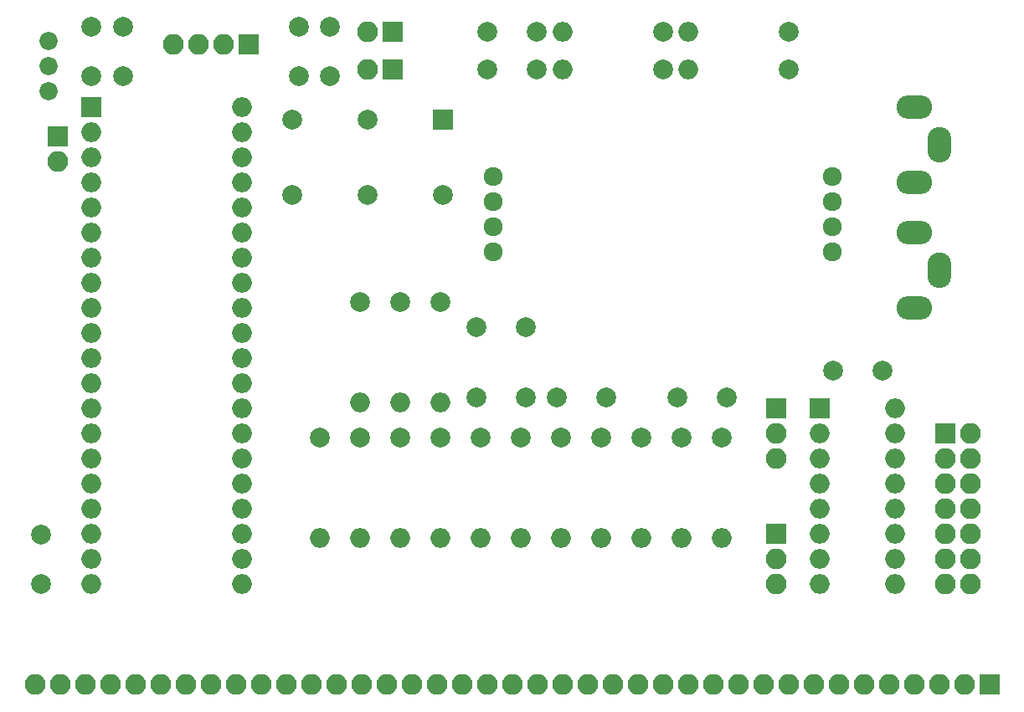
<source format=gts>
G04 #@! TF.FileFunction,Soldermask,Top*
%FSLAX46Y46*%
G04 Gerber Fmt 4.6, Leading zero omitted, Abs format (unit mm)*
G04 Created by KiCad (PCBNEW 4.0.7) date 02/13/19 15:00:39*
%MOMM*%
%LPD*%
G01*
G04 APERTURE LIST*
%ADD10C,0.100000*%
%ADD11C,2.000000*%
%ADD12R,2.000000X2.000000*%
%ADD13O,2.000000X2.000000*%
%ADD14C,1.924000*%
%ADD15R,2.100000X2.100000*%
%ADD16O,2.100000X2.100000*%
%ADD17O,3.597860X2.398980*%
%ADD18O,2.398980X3.597860*%
%ADD19C,1.840000*%
G04 APERTURE END LIST*
D10*
D11*
X54610000Y-132715000D03*
X54610000Y-127715000D03*
X139700000Y-111125000D03*
X134700000Y-111125000D03*
D12*
X133350000Y-114935000D03*
D13*
X140970000Y-132715000D03*
X133350000Y-117475000D03*
X140970000Y-130175000D03*
X133350000Y-120015000D03*
X140970000Y-127635000D03*
X133350000Y-122555000D03*
X140970000Y-125095000D03*
X133350000Y-125095000D03*
X140970000Y-122555000D03*
X133350000Y-127635000D03*
X140970000Y-120015000D03*
X133350000Y-130175000D03*
X140970000Y-117475000D03*
X133350000Y-132715000D03*
X140970000Y-114935000D03*
D11*
X87630000Y-85725000D03*
X87630000Y-93345000D03*
D12*
X95250000Y-85725000D03*
D11*
X95250000Y-93345000D03*
X80010000Y-93345000D03*
X80010000Y-85725000D03*
D14*
X100330000Y-91440000D03*
X100330000Y-93980000D03*
X100330000Y-96520000D03*
X100330000Y-99060000D03*
X134620000Y-91440000D03*
X134620000Y-93980000D03*
X134620000Y-96520000D03*
X134620000Y-99060000D03*
D15*
X146050000Y-117475000D03*
D16*
X148590000Y-117475000D03*
X146050000Y-120015000D03*
X148590000Y-120015000D03*
X146050000Y-122555000D03*
X148590000Y-122555000D03*
X146050000Y-125095000D03*
X148590000Y-125095000D03*
X146050000Y-127635000D03*
X148590000Y-127635000D03*
X146050000Y-130175000D03*
X148590000Y-130175000D03*
X146050000Y-132715000D03*
X148590000Y-132715000D03*
D11*
X83820000Y-81280000D03*
X83820000Y-76280000D03*
X80645000Y-81280000D03*
X80645000Y-76280000D03*
X62865000Y-81280000D03*
X62865000Y-76280000D03*
X59690000Y-81280000D03*
X59690000Y-76280000D03*
X111760000Y-113792000D03*
X106760000Y-113792000D03*
X123952000Y-113792000D03*
X118952000Y-113792000D03*
X99695000Y-80645000D03*
X104695000Y-80645000D03*
X99695000Y-76835000D03*
X104695000Y-76835000D03*
X103632000Y-106680000D03*
X98632000Y-106680000D03*
X103632000Y-113792000D03*
X98632000Y-113792000D03*
D17*
X142875000Y-97155000D03*
D18*
X145415000Y-100965000D03*
D17*
X142875000Y-104775000D03*
X142875000Y-84455000D03*
D18*
X145415000Y-88265000D03*
D17*
X142875000Y-92075000D03*
D15*
X150495000Y-142875000D03*
D16*
X147955000Y-142875000D03*
X145415000Y-142875000D03*
X142875000Y-142875000D03*
X140335000Y-142875000D03*
X137795000Y-142875000D03*
X135255000Y-142875000D03*
X132715000Y-142875000D03*
X130175000Y-142875000D03*
X127635000Y-142875000D03*
X125095000Y-142875000D03*
X122555000Y-142875000D03*
X120015000Y-142875000D03*
X117475000Y-142875000D03*
X114935000Y-142875000D03*
X112395000Y-142875000D03*
X109855000Y-142875000D03*
X107315000Y-142875000D03*
X104775000Y-142875000D03*
X102235000Y-142875000D03*
X99695000Y-142875000D03*
X97155000Y-142875000D03*
X94615000Y-142875000D03*
X92075000Y-142875000D03*
X89535000Y-142875000D03*
X86995000Y-142875000D03*
X84455000Y-142875000D03*
X81915000Y-142875000D03*
X79375000Y-142875000D03*
X76835000Y-142875000D03*
X74295000Y-142875000D03*
X71755000Y-142875000D03*
X69215000Y-142875000D03*
X66675000Y-142875000D03*
X64135000Y-142875000D03*
X61595000Y-142875000D03*
X59055000Y-142875000D03*
X56515000Y-142875000D03*
X53975000Y-142875000D03*
D15*
X56261000Y-87376000D03*
D16*
X56261000Y-89916000D03*
D15*
X128905000Y-114935000D03*
D16*
X128905000Y-117475000D03*
X128905000Y-120015000D03*
D15*
X128905000Y-127635000D03*
D16*
X128905000Y-130175000D03*
X128905000Y-132715000D03*
D15*
X90170000Y-76835000D03*
D16*
X87630000Y-76835000D03*
D15*
X90170000Y-80645000D03*
D16*
X87630000Y-80645000D03*
D11*
X82804000Y-117856000D03*
D13*
X82804000Y-128016000D03*
D11*
X86868000Y-117856000D03*
D13*
X86868000Y-128016000D03*
D11*
X90932000Y-117856000D03*
D13*
X90932000Y-128016000D03*
D11*
X94996000Y-117856000D03*
D13*
X94996000Y-128016000D03*
D11*
X99060000Y-117856000D03*
D13*
X99060000Y-128016000D03*
D11*
X103124000Y-117856000D03*
D13*
X103124000Y-128016000D03*
D11*
X107188000Y-117856000D03*
D13*
X107188000Y-128016000D03*
D11*
X111252000Y-117856000D03*
D13*
X111252000Y-128016000D03*
D11*
X115316000Y-117856000D03*
D13*
X115316000Y-128016000D03*
D11*
X119380000Y-117856000D03*
D13*
X119380000Y-128016000D03*
D11*
X123444000Y-117856000D03*
D13*
X123444000Y-128016000D03*
D11*
X86868000Y-104140000D03*
D13*
X86868000Y-114300000D03*
D11*
X94996000Y-104140000D03*
D13*
X94996000Y-114300000D03*
D11*
X90932000Y-104140000D03*
D13*
X90932000Y-114300000D03*
D11*
X117475000Y-80645000D03*
D13*
X107315000Y-80645000D03*
D11*
X117475000Y-76835000D03*
D13*
X107315000Y-76835000D03*
D11*
X130175000Y-80645000D03*
D13*
X120015000Y-80645000D03*
D11*
X130175000Y-76835000D03*
D13*
X120015000Y-76835000D03*
D19*
X55372000Y-77724000D03*
X55372000Y-80264000D03*
X55372000Y-82804000D03*
D12*
X59690000Y-84455000D03*
D13*
X74930000Y-132715000D03*
X59690000Y-86995000D03*
X74930000Y-130175000D03*
X59690000Y-89535000D03*
X74930000Y-127635000D03*
X59690000Y-92075000D03*
X74930000Y-125095000D03*
X59690000Y-94615000D03*
X74930000Y-122555000D03*
X59690000Y-97155000D03*
X74930000Y-120015000D03*
X59690000Y-99695000D03*
X74930000Y-117475000D03*
X59690000Y-102235000D03*
X74930000Y-114935000D03*
X59690000Y-104775000D03*
X74930000Y-112395000D03*
X59690000Y-107315000D03*
X74930000Y-109855000D03*
X59690000Y-109855000D03*
X74930000Y-107315000D03*
X59690000Y-112395000D03*
X74930000Y-104775000D03*
X59690000Y-114935000D03*
X74930000Y-102235000D03*
X59690000Y-117475000D03*
X74930000Y-99695000D03*
X59690000Y-120015000D03*
X74930000Y-97155000D03*
X59690000Y-122555000D03*
X74930000Y-94615000D03*
X59690000Y-125095000D03*
X74930000Y-92075000D03*
X59690000Y-127635000D03*
X74930000Y-89535000D03*
X59690000Y-130175000D03*
X74930000Y-86995000D03*
X59690000Y-132715000D03*
X74930000Y-84455000D03*
D15*
X75565000Y-78105000D03*
D16*
X73025000Y-78105000D03*
X70485000Y-78105000D03*
X67945000Y-78105000D03*
M02*

</source>
